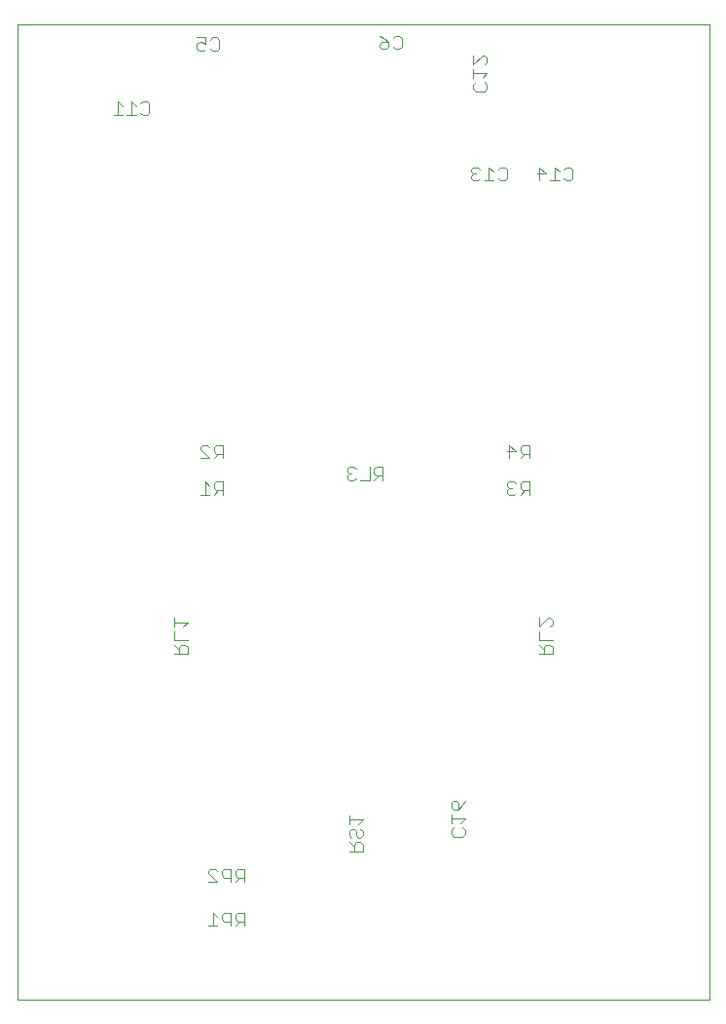
<source format=gbo>
G75*
%MOIN*%
%OFA0B0*%
%FSLAX24Y24*%
%IPPOS*%
%LPD*%
%AMOC8*
5,1,8,0,0,1.08239X$1,22.5*
%
%ADD10C,0.0000*%
%ADD11C,0.0040*%
D10*
X007676Y000126D02*
X007676Y033501D01*
X031376Y033501D01*
X031376Y000126D01*
X007676Y000126D01*
D11*
X014219Y002646D02*
X014526Y002646D01*
X014373Y002646D02*
X014373Y003106D01*
X014526Y002953D01*
X014679Y003029D02*
X014679Y002876D01*
X014756Y002799D01*
X014986Y002799D01*
X014986Y002646D02*
X014986Y003106D01*
X014756Y003106D01*
X014679Y003029D01*
X015140Y003029D02*
X015140Y002876D01*
X015217Y002799D01*
X015447Y002799D01*
X015447Y002646D02*
X015447Y003106D01*
X015217Y003106D01*
X015140Y003029D01*
X015293Y002799D02*
X015140Y002646D01*
X015140Y004146D02*
X015293Y004299D01*
X015217Y004299D02*
X015447Y004299D01*
X015447Y004146D02*
X015447Y004606D01*
X015217Y004606D01*
X015140Y004529D01*
X015140Y004376D01*
X015217Y004299D01*
X014986Y004299D02*
X014756Y004299D01*
X014679Y004376D01*
X014679Y004529D01*
X014756Y004606D01*
X014986Y004606D01*
X014986Y004146D01*
X014526Y004146D02*
X014219Y004453D01*
X014219Y004529D01*
X014296Y004606D01*
X014449Y004606D01*
X014526Y004529D01*
X014526Y004146D02*
X014219Y004146D01*
X019046Y005205D02*
X019507Y005205D01*
X019507Y005435D01*
X019430Y005512D01*
X019276Y005512D01*
X019200Y005435D01*
X019200Y005205D01*
X019200Y005358D02*
X019046Y005512D01*
X019123Y005665D02*
X019046Y005742D01*
X019046Y005896D01*
X019123Y005972D01*
X019200Y005972D01*
X019276Y005896D01*
X019276Y005742D01*
X019353Y005665D01*
X019430Y005665D01*
X019507Y005742D01*
X019507Y005896D01*
X019430Y005972D01*
X019353Y006126D02*
X019507Y006279D01*
X019046Y006279D01*
X019046Y006126D02*
X019046Y006433D01*
X022546Y006472D02*
X022546Y006165D01*
X022546Y006319D02*
X023007Y006319D01*
X022853Y006165D01*
X022930Y006012D02*
X023007Y005935D01*
X023007Y005782D01*
X022930Y005705D01*
X022623Y005705D01*
X022546Y005782D01*
X022546Y005935D01*
X022623Y006012D01*
X022623Y006626D02*
X022546Y006703D01*
X022546Y006856D01*
X022623Y006933D01*
X022700Y006933D01*
X022776Y006856D01*
X022776Y006626D01*
X022623Y006626D01*
X022776Y006626D02*
X022930Y006779D01*
X023007Y006933D01*
X025546Y011955D02*
X026007Y011955D01*
X026007Y012185D01*
X025930Y012262D01*
X025776Y012262D01*
X025700Y012185D01*
X025700Y011955D01*
X025700Y012108D02*
X025546Y012262D01*
X025546Y012415D02*
X025546Y012722D01*
X025546Y012876D02*
X025853Y013183D01*
X025930Y013183D01*
X026007Y013106D01*
X026007Y012953D01*
X025930Y012876D01*
X025546Y012876D02*
X025546Y013183D01*
X025546Y012415D02*
X026007Y012415D01*
X025217Y017396D02*
X025217Y017856D01*
X024986Y017856D01*
X024910Y017779D01*
X024910Y017626D01*
X024986Y017549D01*
X025217Y017549D01*
X025063Y017549D02*
X024910Y017396D01*
X024756Y017472D02*
X024679Y017396D01*
X024526Y017396D01*
X024449Y017472D01*
X024449Y017549D01*
X024526Y017626D01*
X024603Y017626D01*
X024526Y017626D02*
X024449Y017703D01*
X024449Y017779D01*
X024526Y017856D01*
X024679Y017856D01*
X024756Y017779D01*
X024910Y018646D02*
X025063Y018799D01*
X024986Y018799D02*
X025217Y018799D01*
X025217Y018646D02*
X025217Y019106D01*
X024986Y019106D01*
X024910Y019029D01*
X024910Y018876D01*
X024986Y018799D01*
X024756Y018876D02*
X024449Y018876D01*
X024526Y018646D02*
X024526Y019106D01*
X024756Y018876D01*
X020197Y018356D02*
X020197Y017896D01*
X020197Y018049D02*
X019967Y018049D01*
X019890Y018126D01*
X019890Y018279D01*
X019967Y018356D01*
X020197Y018356D01*
X020043Y018049D02*
X019890Y017896D01*
X019736Y017896D02*
X019736Y018356D01*
X019736Y017896D02*
X019429Y017896D01*
X019276Y017972D02*
X019199Y017896D01*
X019046Y017896D01*
X018969Y017972D01*
X018969Y018049D01*
X019046Y018126D01*
X019123Y018126D01*
X019046Y018126D02*
X018969Y018203D01*
X018969Y018279D01*
X019046Y018356D01*
X019199Y018356D01*
X019276Y018279D01*
X014717Y018646D02*
X014717Y019106D01*
X014486Y019106D01*
X014410Y019029D01*
X014410Y018876D01*
X014486Y018799D01*
X014717Y018799D01*
X014563Y018799D02*
X014410Y018646D01*
X014256Y018646D02*
X013949Y018953D01*
X013949Y019029D01*
X014026Y019106D01*
X014179Y019106D01*
X014256Y019029D01*
X014256Y018646D02*
X013949Y018646D01*
X014103Y017856D02*
X014103Y017396D01*
X014256Y017396D02*
X013949Y017396D01*
X014256Y017703D02*
X014103Y017856D01*
X014410Y017779D02*
X014410Y017626D01*
X014486Y017549D01*
X014717Y017549D01*
X014717Y017396D02*
X014717Y017856D01*
X014486Y017856D01*
X014410Y017779D01*
X014563Y017549D02*
X014410Y017396D01*
X013046Y013183D02*
X013046Y012876D01*
X013046Y013029D02*
X013507Y013029D01*
X013353Y012876D01*
X013046Y012722D02*
X013046Y012415D01*
X013507Y012415D01*
X013430Y012262D02*
X013276Y012262D01*
X013200Y012185D01*
X013200Y011955D01*
X013200Y012108D02*
X013046Y012262D01*
X013046Y011955D02*
X013507Y011955D01*
X013507Y012185D01*
X013430Y012262D01*
X023296Y028146D02*
X023219Y028222D01*
X023219Y028299D01*
X023296Y028376D01*
X023373Y028376D01*
X023296Y028376D02*
X023219Y028453D01*
X023219Y028529D01*
X023296Y028606D01*
X023449Y028606D01*
X023526Y028529D01*
X023526Y028222D02*
X023449Y028146D01*
X023296Y028146D01*
X023679Y028146D02*
X023986Y028146D01*
X023833Y028146D02*
X023833Y028606D01*
X023986Y028453D01*
X024140Y028529D02*
X024217Y028606D01*
X024370Y028606D01*
X024447Y028529D01*
X024447Y028222D01*
X024370Y028146D01*
X024217Y028146D01*
X024140Y028222D01*
X025469Y028376D02*
X025776Y028376D01*
X025546Y028606D01*
X025546Y028146D01*
X025929Y028146D02*
X026236Y028146D01*
X026083Y028146D02*
X026083Y028606D01*
X026236Y028453D01*
X026390Y028529D02*
X026467Y028606D01*
X026620Y028606D01*
X026697Y028529D01*
X026697Y028222D01*
X026620Y028146D01*
X026467Y028146D01*
X026390Y028222D01*
X023680Y031205D02*
X023373Y031205D01*
X023296Y031282D01*
X023296Y031435D01*
X023373Y031512D01*
X023296Y031665D02*
X023296Y031972D01*
X023296Y031819D02*
X023757Y031819D01*
X023603Y031665D01*
X023680Y031512D02*
X023757Y031435D01*
X023757Y031282D01*
X023680Y031205D01*
X023680Y032126D02*
X023757Y032203D01*
X023757Y032356D01*
X023680Y032433D01*
X023603Y032433D01*
X023296Y032126D01*
X023296Y032433D01*
X020842Y032722D02*
X020765Y032646D01*
X020611Y032646D01*
X020535Y032722D01*
X020381Y032722D02*
X020381Y032876D01*
X020151Y032876D01*
X020074Y032799D01*
X020074Y032722D01*
X020151Y032646D01*
X020304Y032646D01*
X020381Y032722D01*
X020381Y032876D02*
X020228Y033029D01*
X020074Y033106D01*
X020535Y033029D02*
X020611Y033106D01*
X020765Y033106D01*
X020842Y033029D01*
X020842Y032722D01*
X014592Y032662D02*
X014515Y032586D01*
X014361Y032586D01*
X014285Y032662D01*
X014131Y032662D02*
X014054Y032586D01*
X013901Y032586D01*
X013824Y032662D01*
X013824Y032816D01*
X013901Y032892D01*
X013978Y032892D01*
X014131Y032816D01*
X014131Y033046D01*
X013824Y033046D01*
X014285Y032969D02*
X014361Y033046D01*
X014515Y033046D01*
X014592Y032969D01*
X014592Y032662D01*
X012197Y030779D02*
X012197Y030472D01*
X012120Y030396D01*
X011967Y030396D01*
X011890Y030472D01*
X011736Y030396D02*
X011429Y030396D01*
X011276Y030396D02*
X010969Y030396D01*
X011123Y030396D02*
X011123Y030856D01*
X011276Y030703D01*
X011583Y030856D02*
X011583Y030396D01*
X011736Y030703D02*
X011583Y030856D01*
X011890Y030779D02*
X011967Y030856D01*
X012120Y030856D01*
X012197Y030779D01*
M02*

</source>
